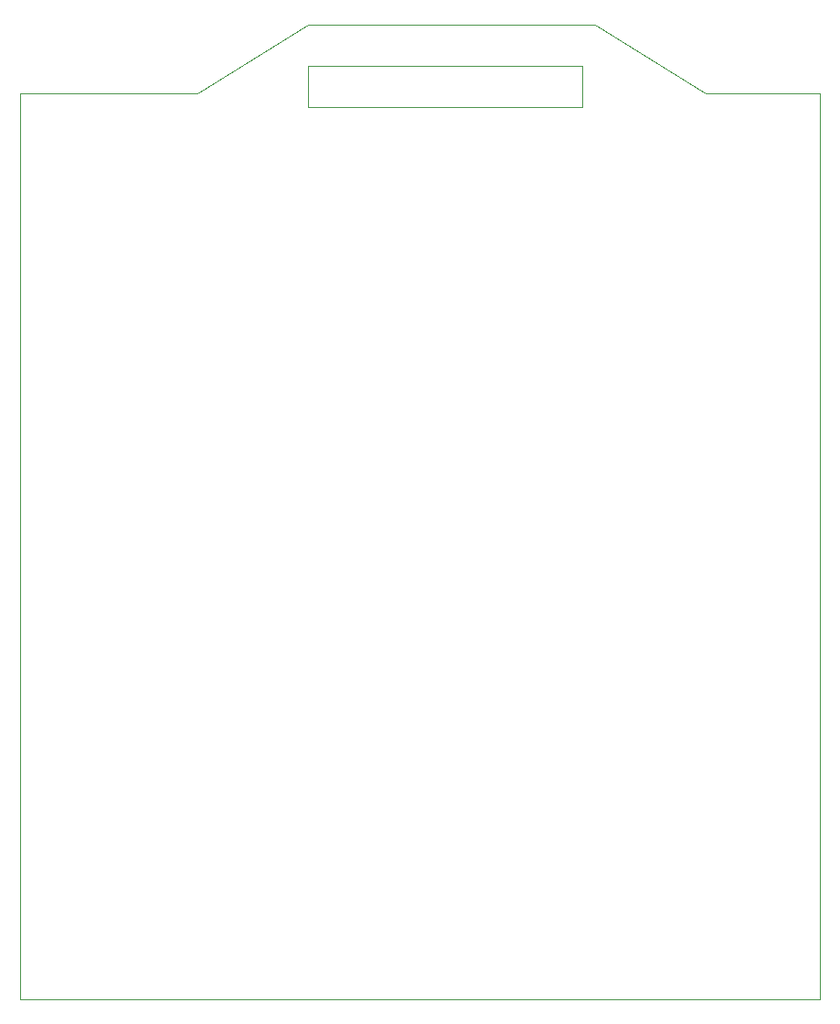
<source format=gbr>
G04 #@! TF.GenerationSoftware,KiCad,Pcbnew,(5.1.2)-2*
G04 #@! TF.CreationDate,2020-01-11T10:49:25+03:00*
G04 #@! TF.ProjectId,DINODE,44494e4f-4445-42e6-9b69-6361645f7063,rev?*
G04 #@! TF.SameCoordinates,Original*
G04 #@! TF.FileFunction,Profile,NP*
%FSLAX46Y46*%
G04 Gerber Fmt 4.6, Leading zero omitted, Abs format (unit mm)*
G04 Created by KiCad (PCBNEW (5.1.2)-2) date 2020-01-11 10:49:25*
%MOMM*%
%LPD*%
G04 APERTURE LIST*
%ADD10C,0.050000*%
G04 APERTURE END LIST*
D10*
X159131000Y-129540000D02*
X130810000Y-129540000D01*
X159131000Y-60198000D02*
X159131000Y-129540000D01*
X159131000Y-45720000D02*
X148590000Y-45720000D01*
X159131000Y-60198000D02*
X159131000Y-45720000D01*
X137160000Y-43180000D02*
X111760000Y-43180000D01*
X137160000Y-46990000D02*
X137160000Y-43180000D01*
X111760000Y-46990000D02*
X137160000Y-46990000D01*
X111760000Y-43180000D02*
X111760000Y-46990000D01*
X138303000Y-39370000D02*
X148590000Y-45720000D01*
X136017000Y-39370000D02*
X138303000Y-39370000D01*
X111760000Y-39370000D02*
X136017000Y-39370000D01*
X101473000Y-45720000D02*
X111760000Y-39370000D01*
X86995000Y-45720000D02*
X101473000Y-45720000D01*
X85090000Y-45720000D02*
X86995000Y-45720000D01*
X85090000Y-129540000D02*
X90170000Y-129540000D01*
X85090000Y-45720000D02*
X85090000Y-129540000D01*
X90170000Y-129540000D02*
X130810000Y-129540000D01*
M02*

</source>
